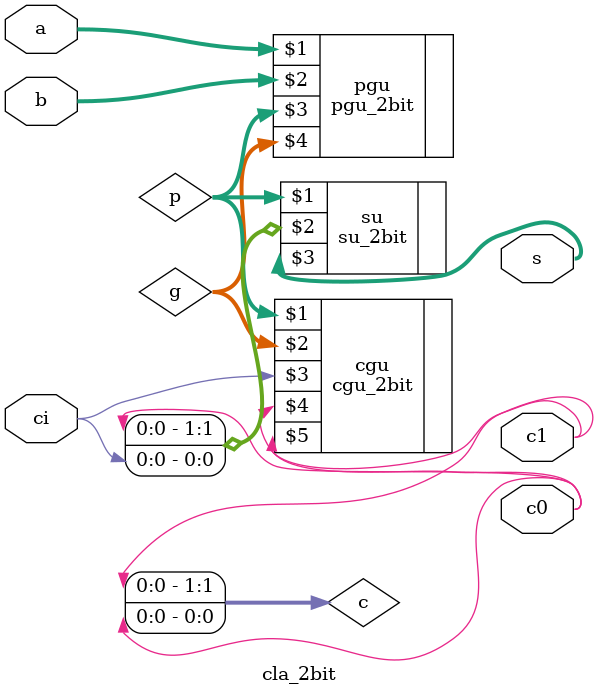
<source format=v>
`include "pgu_2bit.v"
`include "cgu_2bit.v"
`include "su_2bit.v"

module cla_2bit(a, b, ci, s, c0, c1);

    input [1:0] a, b;
    input ci;
    output [1:0] s;
    output c0, c1;


    wire [1:0] c, g, p;

    assign c0 = c[0];
    assign c1 = c[1];

    pgu_2bit    pgu(a, b, p, g);
    cgu_2bit    cgu(p, g, ci, c0, c1);
    su_2bit     su(p, {c0, ci}, s);

endmodule
</source>
